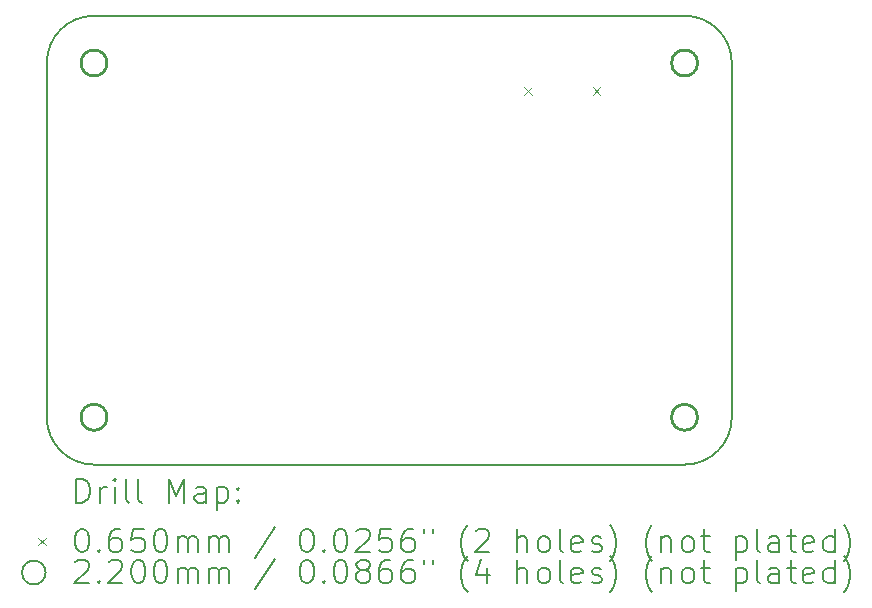
<source format=gbr>
%TF.GenerationSoftware,KiCad,Pcbnew,9.0.1*%
%TF.CreationDate,2025-08-05T19:10:54+03:00*%
%TF.ProjectId,com_board,636f6d5f-626f-4617-9264-2e6b69636164,rev?*%
%TF.SameCoordinates,Original*%
%TF.FileFunction,Drillmap*%
%TF.FilePolarity,Positive*%
%FSLAX45Y45*%
G04 Gerber Fmt 4.5, Leading zero omitted, Abs format (unit mm)*
G04 Created by KiCad (PCBNEW 9.0.1) date 2025-08-05 19:10:54*
%MOMM*%
%LPD*%
G01*
G04 APERTURE LIST*
%ADD10C,0.200000*%
%ADD11C,0.100000*%
%ADD12C,0.220000*%
G04 APERTURE END LIST*
D10*
X15000000Y-8600000D02*
X10000000Y-8600000D01*
X9600000Y-9000000D02*
G75*
G02*
X10000000Y-8600000I400000J0D01*
G01*
X10000000Y-12400000D02*
G75*
G02*
X9600000Y-12000000I0J400000D01*
G01*
X15400000Y-12000000D02*
G75*
G02*
X15000000Y-12400000I-400000J0D01*
G01*
X15000000Y-8600000D02*
G75*
G02*
X15400000Y-9000000I0J-400000D01*
G01*
X10000000Y-12400000D02*
X15000000Y-12400000D01*
X9600000Y-12000000D02*
X9600000Y-9000000D01*
X15400000Y-12000000D02*
X15400000Y-9000000D01*
D11*
X13644500Y-9205000D02*
X13709500Y-9270000D01*
X13709500Y-9205000D02*
X13644500Y-9270000D01*
X14222500Y-9205000D02*
X14287500Y-9270000D01*
X14287500Y-9205000D02*
X14222500Y-9270000D01*
D12*
X10110000Y-9000000D02*
G75*
G02*
X9890000Y-9000000I-110000J0D01*
G01*
X9890000Y-9000000D02*
G75*
G02*
X10110000Y-9000000I110000J0D01*
G01*
X10110000Y-12000000D02*
G75*
G02*
X9890000Y-12000000I-110000J0D01*
G01*
X9890000Y-12000000D02*
G75*
G02*
X10110000Y-12000000I110000J0D01*
G01*
X15110000Y-9000000D02*
G75*
G02*
X14890000Y-9000000I-110000J0D01*
G01*
X14890000Y-9000000D02*
G75*
G02*
X15110000Y-9000000I110000J0D01*
G01*
X15110000Y-12000000D02*
G75*
G02*
X14890000Y-12000000I-110000J0D01*
G01*
X14890000Y-12000000D02*
G75*
G02*
X15110000Y-12000000I110000J0D01*
G01*
D10*
X9850777Y-12721484D02*
X9850777Y-12521484D01*
X9850777Y-12521484D02*
X9898396Y-12521484D01*
X9898396Y-12521484D02*
X9926967Y-12531008D01*
X9926967Y-12531008D02*
X9946015Y-12550055D01*
X9946015Y-12550055D02*
X9955539Y-12569103D01*
X9955539Y-12569103D02*
X9965063Y-12607198D01*
X9965063Y-12607198D02*
X9965063Y-12635769D01*
X9965063Y-12635769D02*
X9955539Y-12673865D01*
X9955539Y-12673865D02*
X9946015Y-12692912D01*
X9946015Y-12692912D02*
X9926967Y-12711960D01*
X9926967Y-12711960D02*
X9898396Y-12721484D01*
X9898396Y-12721484D02*
X9850777Y-12721484D01*
X10050777Y-12721484D02*
X10050777Y-12588150D01*
X10050777Y-12626246D02*
X10060301Y-12607198D01*
X10060301Y-12607198D02*
X10069824Y-12597674D01*
X10069824Y-12597674D02*
X10088872Y-12588150D01*
X10088872Y-12588150D02*
X10107920Y-12588150D01*
X10174586Y-12721484D02*
X10174586Y-12588150D01*
X10174586Y-12521484D02*
X10165063Y-12531008D01*
X10165063Y-12531008D02*
X10174586Y-12540531D01*
X10174586Y-12540531D02*
X10184110Y-12531008D01*
X10184110Y-12531008D02*
X10174586Y-12521484D01*
X10174586Y-12521484D02*
X10174586Y-12540531D01*
X10298396Y-12721484D02*
X10279348Y-12711960D01*
X10279348Y-12711960D02*
X10269824Y-12692912D01*
X10269824Y-12692912D02*
X10269824Y-12521484D01*
X10403158Y-12721484D02*
X10384110Y-12711960D01*
X10384110Y-12711960D02*
X10374586Y-12692912D01*
X10374586Y-12692912D02*
X10374586Y-12521484D01*
X10631729Y-12721484D02*
X10631729Y-12521484D01*
X10631729Y-12521484D02*
X10698396Y-12664341D01*
X10698396Y-12664341D02*
X10765063Y-12521484D01*
X10765063Y-12521484D02*
X10765063Y-12721484D01*
X10946015Y-12721484D02*
X10946015Y-12616722D01*
X10946015Y-12616722D02*
X10936491Y-12597674D01*
X10936491Y-12597674D02*
X10917444Y-12588150D01*
X10917444Y-12588150D02*
X10879348Y-12588150D01*
X10879348Y-12588150D02*
X10860301Y-12597674D01*
X10946015Y-12711960D02*
X10926967Y-12721484D01*
X10926967Y-12721484D02*
X10879348Y-12721484D01*
X10879348Y-12721484D02*
X10860301Y-12711960D01*
X10860301Y-12711960D02*
X10850777Y-12692912D01*
X10850777Y-12692912D02*
X10850777Y-12673865D01*
X10850777Y-12673865D02*
X10860301Y-12654817D01*
X10860301Y-12654817D02*
X10879348Y-12645293D01*
X10879348Y-12645293D02*
X10926967Y-12645293D01*
X10926967Y-12645293D02*
X10946015Y-12635769D01*
X11041253Y-12588150D02*
X11041253Y-12788150D01*
X11041253Y-12597674D02*
X11060301Y-12588150D01*
X11060301Y-12588150D02*
X11098396Y-12588150D01*
X11098396Y-12588150D02*
X11117444Y-12597674D01*
X11117444Y-12597674D02*
X11126967Y-12607198D01*
X11126967Y-12607198D02*
X11136491Y-12626246D01*
X11136491Y-12626246D02*
X11136491Y-12683388D01*
X11136491Y-12683388D02*
X11126967Y-12702436D01*
X11126967Y-12702436D02*
X11117444Y-12711960D01*
X11117444Y-12711960D02*
X11098396Y-12721484D01*
X11098396Y-12721484D02*
X11060301Y-12721484D01*
X11060301Y-12721484D02*
X11041253Y-12711960D01*
X11222205Y-12702436D02*
X11231729Y-12711960D01*
X11231729Y-12711960D02*
X11222205Y-12721484D01*
X11222205Y-12721484D02*
X11212682Y-12711960D01*
X11212682Y-12711960D02*
X11222205Y-12702436D01*
X11222205Y-12702436D02*
X11222205Y-12721484D01*
X11222205Y-12597674D02*
X11231729Y-12607198D01*
X11231729Y-12607198D02*
X11222205Y-12616722D01*
X11222205Y-12616722D02*
X11212682Y-12607198D01*
X11212682Y-12607198D02*
X11222205Y-12597674D01*
X11222205Y-12597674D02*
X11222205Y-12616722D01*
D11*
X9525000Y-13017500D02*
X9590000Y-13082500D01*
X9590000Y-13017500D02*
X9525000Y-13082500D01*
D10*
X9888872Y-12941484D02*
X9907920Y-12941484D01*
X9907920Y-12941484D02*
X9926967Y-12951008D01*
X9926967Y-12951008D02*
X9936491Y-12960531D01*
X9936491Y-12960531D02*
X9946015Y-12979579D01*
X9946015Y-12979579D02*
X9955539Y-13017674D01*
X9955539Y-13017674D02*
X9955539Y-13065293D01*
X9955539Y-13065293D02*
X9946015Y-13103388D01*
X9946015Y-13103388D02*
X9936491Y-13122436D01*
X9936491Y-13122436D02*
X9926967Y-13131960D01*
X9926967Y-13131960D02*
X9907920Y-13141484D01*
X9907920Y-13141484D02*
X9888872Y-13141484D01*
X9888872Y-13141484D02*
X9869824Y-13131960D01*
X9869824Y-13131960D02*
X9860301Y-13122436D01*
X9860301Y-13122436D02*
X9850777Y-13103388D01*
X9850777Y-13103388D02*
X9841253Y-13065293D01*
X9841253Y-13065293D02*
X9841253Y-13017674D01*
X9841253Y-13017674D02*
X9850777Y-12979579D01*
X9850777Y-12979579D02*
X9860301Y-12960531D01*
X9860301Y-12960531D02*
X9869824Y-12951008D01*
X9869824Y-12951008D02*
X9888872Y-12941484D01*
X10041253Y-13122436D02*
X10050777Y-13131960D01*
X10050777Y-13131960D02*
X10041253Y-13141484D01*
X10041253Y-13141484D02*
X10031729Y-13131960D01*
X10031729Y-13131960D02*
X10041253Y-13122436D01*
X10041253Y-13122436D02*
X10041253Y-13141484D01*
X10222205Y-12941484D02*
X10184110Y-12941484D01*
X10184110Y-12941484D02*
X10165063Y-12951008D01*
X10165063Y-12951008D02*
X10155539Y-12960531D01*
X10155539Y-12960531D02*
X10136491Y-12989103D01*
X10136491Y-12989103D02*
X10126967Y-13027198D01*
X10126967Y-13027198D02*
X10126967Y-13103388D01*
X10126967Y-13103388D02*
X10136491Y-13122436D01*
X10136491Y-13122436D02*
X10146015Y-13131960D01*
X10146015Y-13131960D02*
X10165063Y-13141484D01*
X10165063Y-13141484D02*
X10203158Y-13141484D01*
X10203158Y-13141484D02*
X10222205Y-13131960D01*
X10222205Y-13131960D02*
X10231729Y-13122436D01*
X10231729Y-13122436D02*
X10241253Y-13103388D01*
X10241253Y-13103388D02*
X10241253Y-13055769D01*
X10241253Y-13055769D02*
X10231729Y-13036722D01*
X10231729Y-13036722D02*
X10222205Y-13027198D01*
X10222205Y-13027198D02*
X10203158Y-13017674D01*
X10203158Y-13017674D02*
X10165063Y-13017674D01*
X10165063Y-13017674D02*
X10146015Y-13027198D01*
X10146015Y-13027198D02*
X10136491Y-13036722D01*
X10136491Y-13036722D02*
X10126967Y-13055769D01*
X10422205Y-12941484D02*
X10326967Y-12941484D01*
X10326967Y-12941484D02*
X10317444Y-13036722D01*
X10317444Y-13036722D02*
X10326967Y-13027198D01*
X10326967Y-13027198D02*
X10346015Y-13017674D01*
X10346015Y-13017674D02*
X10393634Y-13017674D01*
X10393634Y-13017674D02*
X10412682Y-13027198D01*
X10412682Y-13027198D02*
X10422205Y-13036722D01*
X10422205Y-13036722D02*
X10431729Y-13055769D01*
X10431729Y-13055769D02*
X10431729Y-13103388D01*
X10431729Y-13103388D02*
X10422205Y-13122436D01*
X10422205Y-13122436D02*
X10412682Y-13131960D01*
X10412682Y-13131960D02*
X10393634Y-13141484D01*
X10393634Y-13141484D02*
X10346015Y-13141484D01*
X10346015Y-13141484D02*
X10326967Y-13131960D01*
X10326967Y-13131960D02*
X10317444Y-13122436D01*
X10555539Y-12941484D02*
X10574586Y-12941484D01*
X10574586Y-12941484D02*
X10593634Y-12951008D01*
X10593634Y-12951008D02*
X10603158Y-12960531D01*
X10603158Y-12960531D02*
X10612682Y-12979579D01*
X10612682Y-12979579D02*
X10622205Y-13017674D01*
X10622205Y-13017674D02*
X10622205Y-13065293D01*
X10622205Y-13065293D02*
X10612682Y-13103388D01*
X10612682Y-13103388D02*
X10603158Y-13122436D01*
X10603158Y-13122436D02*
X10593634Y-13131960D01*
X10593634Y-13131960D02*
X10574586Y-13141484D01*
X10574586Y-13141484D02*
X10555539Y-13141484D01*
X10555539Y-13141484D02*
X10536491Y-13131960D01*
X10536491Y-13131960D02*
X10526967Y-13122436D01*
X10526967Y-13122436D02*
X10517444Y-13103388D01*
X10517444Y-13103388D02*
X10507920Y-13065293D01*
X10507920Y-13065293D02*
X10507920Y-13017674D01*
X10507920Y-13017674D02*
X10517444Y-12979579D01*
X10517444Y-12979579D02*
X10526967Y-12960531D01*
X10526967Y-12960531D02*
X10536491Y-12951008D01*
X10536491Y-12951008D02*
X10555539Y-12941484D01*
X10707920Y-13141484D02*
X10707920Y-13008150D01*
X10707920Y-13027198D02*
X10717444Y-13017674D01*
X10717444Y-13017674D02*
X10736491Y-13008150D01*
X10736491Y-13008150D02*
X10765063Y-13008150D01*
X10765063Y-13008150D02*
X10784110Y-13017674D01*
X10784110Y-13017674D02*
X10793634Y-13036722D01*
X10793634Y-13036722D02*
X10793634Y-13141484D01*
X10793634Y-13036722D02*
X10803158Y-13017674D01*
X10803158Y-13017674D02*
X10822205Y-13008150D01*
X10822205Y-13008150D02*
X10850777Y-13008150D01*
X10850777Y-13008150D02*
X10869825Y-13017674D01*
X10869825Y-13017674D02*
X10879348Y-13036722D01*
X10879348Y-13036722D02*
X10879348Y-13141484D01*
X10974586Y-13141484D02*
X10974586Y-13008150D01*
X10974586Y-13027198D02*
X10984110Y-13017674D01*
X10984110Y-13017674D02*
X11003158Y-13008150D01*
X11003158Y-13008150D02*
X11031729Y-13008150D01*
X11031729Y-13008150D02*
X11050777Y-13017674D01*
X11050777Y-13017674D02*
X11060301Y-13036722D01*
X11060301Y-13036722D02*
X11060301Y-13141484D01*
X11060301Y-13036722D02*
X11069825Y-13017674D01*
X11069825Y-13017674D02*
X11088872Y-13008150D01*
X11088872Y-13008150D02*
X11117444Y-13008150D01*
X11117444Y-13008150D02*
X11136491Y-13017674D01*
X11136491Y-13017674D02*
X11146015Y-13036722D01*
X11146015Y-13036722D02*
X11146015Y-13141484D01*
X11536491Y-12931960D02*
X11365063Y-13189103D01*
X11793634Y-12941484D02*
X11812682Y-12941484D01*
X11812682Y-12941484D02*
X11831729Y-12951008D01*
X11831729Y-12951008D02*
X11841253Y-12960531D01*
X11841253Y-12960531D02*
X11850777Y-12979579D01*
X11850777Y-12979579D02*
X11860301Y-13017674D01*
X11860301Y-13017674D02*
X11860301Y-13065293D01*
X11860301Y-13065293D02*
X11850777Y-13103388D01*
X11850777Y-13103388D02*
X11841253Y-13122436D01*
X11841253Y-13122436D02*
X11831729Y-13131960D01*
X11831729Y-13131960D02*
X11812682Y-13141484D01*
X11812682Y-13141484D02*
X11793634Y-13141484D01*
X11793634Y-13141484D02*
X11774586Y-13131960D01*
X11774586Y-13131960D02*
X11765063Y-13122436D01*
X11765063Y-13122436D02*
X11755539Y-13103388D01*
X11755539Y-13103388D02*
X11746015Y-13065293D01*
X11746015Y-13065293D02*
X11746015Y-13017674D01*
X11746015Y-13017674D02*
X11755539Y-12979579D01*
X11755539Y-12979579D02*
X11765063Y-12960531D01*
X11765063Y-12960531D02*
X11774586Y-12951008D01*
X11774586Y-12951008D02*
X11793634Y-12941484D01*
X11946015Y-13122436D02*
X11955539Y-13131960D01*
X11955539Y-13131960D02*
X11946015Y-13141484D01*
X11946015Y-13141484D02*
X11936491Y-13131960D01*
X11936491Y-13131960D02*
X11946015Y-13122436D01*
X11946015Y-13122436D02*
X11946015Y-13141484D01*
X12079348Y-12941484D02*
X12098396Y-12941484D01*
X12098396Y-12941484D02*
X12117444Y-12951008D01*
X12117444Y-12951008D02*
X12126967Y-12960531D01*
X12126967Y-12960531D02*
X12136491Y-12979579D01*
X12136491Y-12979579D02*
X12146015Y-13017674D01*
X12146015Y-13017674D02*
X12146015Y-13065293D01*
X12146015Y-13065293D02*
X12136491Y-13103388D01*
X12136491Y-13103388D02*
X12126967Y-13122436D01*
X12126967Y-13122436D02*
X12117444Y-13131960D01*
X12117444Y-13131960D02*
X12098396Y-13141484D01*
X12098396Y-13141484D02*
X12079348Y-13141484D01*
X12079348Y-13141484D02*
X12060301Y-13131960D01*
X12060301Y-13131960D02*
X12050777Y-13122436D01*
X12050777Y-13122436D02*
X12041253Y-13103388D01*
X12041253Y-13103388D02*
X12031729Y-13065293D01*
X12031729Y-13065293D02*
X12031729Y-13017674D01*
X12031729Y-13017674D02*
X12041253Y-12979579D01*
X12041253Y-12979579D02*
X12050777Y-12960531D01*
X12050777Y-12960531D02*
X12060301Y-12951008D01*
X12060301Y-12951008D02*
X12079348Y-12941484D01*
X12222206Y-12960531D02*
X12231729Y-12951008D01*
X12231729Y-12951008D02*
X12250777Y-12941484D01*
X12250777Y-12941484D02*
X12298396Y-12941484D01*
X12298396Y-12941484D02*
X12317444Y-12951008D01*
X12317444Y-12951008D02*
X12326967Y-12960531D01*
X12326967Y-12960531D02*
X12336491Y-12979579D01*
X12336491Y-12979579D02*
X12336491Y-12998627D01*
X12336491Y-12998627D02*
X12326967Y-13027198D01*
X12326967Y-13027198D02*
X12212682Y-13141484D01*
X12212682Y-13141484D02*
X12336491Y-13141484D01*
X12517444Y-12941484D02*
X12422206Y-12941484D01*
X12422206Y-12941484D02*
X12412682Y-13036722D01*
X12412682Y-13036722D02*
X12422206Y-13027198D01*
X12422206Y-13027198D02*
X12441253Y-13017674D01*
X12441253Y-13017674D02*
X12488872Y-13017674D01*
X12488872Y-13017674D02*
X12507920Y-13027198D01*
X12507920Y-13027198D02*
X12517444Y-13036722D01*
X12517444Y-13036722D02*
X12526967Y-13055769D01*
X12526967Y-13055769D02*
X12526967Y-13103388D01*
X12526967Y-13103388D02*
X12517444Y-13122436D01*
X12517444Y-13122436D02*
X12507920Y-13131960D01*
X12507920Y-13131960D02*
X12488872Y-13141484D01*
X12488872Y-13141484D02*
X12441253Y-13141484D01*
X12441253Y-13141484D02*
X12422206Y-13131960D01*
X12422206Y-13131960D02*
X12412682Y-13122436D01*
X12698396Y-12941484D02*
X12660301Y-12941484D01*
X12660301Y-12941484D02*
X12641253Y-12951008D01*
X12641253Y-12951008D02*
X12631729Y-12960531D01*
X12631729Y-12960531D02*
X12612682Y-12989103D01*
X12612682Y-12989103D02*
X12603158Y-13027198D01*
X12603158Y-13027198D02*
X12603158Y-13103388D01*
X12603158Y-13103388D02*
X12612682Y-13122436D01*
X12612682Y-13122436D02*
X12622206Y-13131960D01*
X12622206Y-13131960D02*
X12641253Y-13141484D01*
X12641253Y-13141484D02*
X12679348Y-13141484D01*
X12679348Y-13141484D02*
X12698396Y-13131960D01*
X12698396Y-13131960D02*
X12707920Y-13122436D01*
X12707920Y-13122436D02*
X12717444Y-13103388D01*
X12717444Y-13103388D02*
X12717444Y-13055769D01*
X12717444Y-13055769D02*
X12707920Y-13036722D01*
X12707920Y-13036722D02*
X12698396Y-13027198D01*
X12698396Y-13027198D02*
X12679348Y-13017674D01*
X12679348Y-13017674D02*
X12641253Y-13017674D01*
X12641253Y-13017674D02*
X12622206Y-13027198D01*
X12622206Y-13027198D02*
X12612682Y-13036722D01*
X12612682Y-13036722D02*
X12603158Y-13055769D01*
X12793634Y-12941484D02*
X12793634Y-12979579D01*
X12869825Y-12941484D02*
X12869825Y-12979579D01*
X13165063Y-13217674D02*
X13155539Y-13208150D01*
X13155539Y-13208150D02*
X13136491Y-13179579D01*
X13136491Y-13179579D02*
X13126968Y-13160531D01*
X13126968Y-13160531D02*
X13117444Y-13131960D01*
X13117444Y-13131960D02*
X13107920Y-13084341D01*
X13107920Y-13084341D02*
X13107920Y-13046246D01*
X13107920Y-13046246D02*
X13117444Y-12998627D01*
X13117444Y-12998627D02*
X13126968Y-12970055D01*
X13126968Y-12970055D02*
X13136491Y-12951008D01*
X13136491Y-12951008D02*
X13155539Y-12922436D01*
X13155539Y-12922436D02*
X13165063Y-12912912D01*
X13231729Y-12960531D02*
X13241253Y-12951008D01*
X13241253Y-12951008D02*
X13260301Y-12941484D01*
X13260301Y-12941484D02*
X13307920Y-12941484D01*
X13307920Y-12941484D02*
X13326968Y-12951008D01*
X13326968Y-12951008D02*
X13336491Y-12960531D01*
X13336491Y-12960531D02*
X13346015Y-12979579D01*
X13346015Y-12979579D02*
X13346015Y-12998627D01*
X13346015Y-12998627D02*
X13336491Y-13027198D01*
X13336491Y-13027198D02*
X13222206Y-13141484D01*
X13222206Y-13141484D02*
X13346015Y-13141484D01*
X13584110Y-13141484D02*
X13584110Y-12941484D01*
X13669825Y-13141484D02*
X13669825Y-13036722D01*
X13669825Y-13036722D02*
X13660301Y-13017674D01*
X13660301Y-13017674D02*
X13641253Y-13008150D01*
X13641253Y-13008150D02*
X13612682Y-13008150D01*
X13612682Y-13008150D02*
X13593634Y-13017674D01*
X13593634Y-13017674D02*
X13584110Y-13027198D01*
X13793634Y-13141484D02*
X13774587Y-13131960D01*
X13774587Y-13131960D02*
X13765063Y-13122436D01*
X13765063Y-13122436D02*
X13755539Y-13103388D01*
X13755539Y-13103388D02*
X13755539Y-13046246D01*
X13755539Y-13046246D02*
X13765063Y-13027198D01*
X13765063Y-13027198D02*
X13774587Y-13017674D01*
X13774587Y-13017674D02*
X13793634Y-13008150D01*
X13793634Y-13008150D02*
X13822206Y-13008150D01*
X13822206Y-13008150D02*
X13841253Y-13017674D01*
X13841253Y-13017674D02*
X13850777Y-13027198D01*
X13850777Y-13027198D02*
X13860301Y-13046246D01*
X13860301Y-13046246D02*
X13860301Y-13103388D01*
X13860301Y-13103388D02*
X13850777Y-13122436D01*
X13850777Y-13122436D02*
X13841253Y-13131960D01*
X13841253Y-13131960D02*
X13822206Y-13141484D01*
X13822206Y-13141484D02*
X13793634Y-13141484D01*
X13974587Y-13141484D02*
X13955539Y-13131960D01*
X13955539Y-13131960D02*
X13946015Y-13112912D01*
X13946015Y-13112912D02*
X13946015Y-12941484D01*
X14126968Y-13131960D02*
X14107920Y-13141484D01*
X14107920Y-13141484D02*
X14069825Y-13141484D01*
X14069825Y-13141484D02*
X14050777Y-13131960D01*
X14050777Y-13131960D02*
X14041253Y-13112912D01*
X14041253Y-13112912D02*
X14041253Y-13036722D01*
X14041253Y-13036722D02*
X14050777Y-13017674D01*
X14050777Y-13017674D02*
X14069825Y-13008150D01*
X14069825Y-13008150D02*
X14107920Y-13008150D01*
X14107920Y-13008150D02*
X14126968Y-13017674D01*
X14126968Y-13017674D02*
X14136491Y-13036722D01*
X14136491Y-13036722D02*
X14136491Y-13055769D01*
X14136491Y-13055769D02*
X14041253Y-13074817D01*
X14212682Y-13131960D02*
X14231730Y-13141484D01*
X14231730Y-13141484D02*
X14269825Y-13141484D01*
X14269825Y-13141484D02*
X14288872Y-13131960D01*
X14288872Y-13131960D02*
X14298396Y-13112912D01*
X14298396Y-13112912D02*
X14298396Y-13103388D01*
X14298396Y-13103388D02*
X14288872Y-13084341D01*
X14288872Y-13084341D02*
X14269825Y-13074817D01*
X14269825Y-13074817D02*
X14241253Y-13074817D01*
X14241253Y-13074817D02*
X14222206Y-13065293D01*
X14222206Y-13065293D02*
X14212682Y-13046246D01*
X14212682Y-13046246D02*
X14212682Y-13036722D01*
X14212682Y-13036722D02*
X14222206Y-13017674D01*
X14222206Y-13017674D02*
X14241253Y-13008150D01*
X14241253Y-13008150D02*
X14269825Y-13008150D01*
X14269825Y-13008150D02*
X14288872Y-13017674D01*
X14365063Y-13217674D02*
X14374587Y-13208150D01*
X14374587Y-13208150D02*
X14393634Y-13179579D01*
X14393634Y-13179579D02*
X14403158Y-13160531D01*
X14403158Y-13160531D02*
X14412682Y-13131960D01*
X14412682Y-13131960D02*
X14422206Y-13084341D01*
X14422206Y-13084341D02*
X14422206Y-13046246D01*
X14422206Y-13046246D02*
X14412682Y-12998627D01*
X14412682Y-12998627D02*
X14403158Y-12970055D01*
X14403158Y-12970055D02*
X14393634Y-12951008D01*
X14393634Y-12951008D02*
X14374587Y-12922436D01*
X14374587Y-12922436D02*
X14365063Y-12912912D01*
X14726968Y-13217674D02*
X14717444Y-13208150D01*
X14717444Y-13208150D02*
X14698396Y-13179579D01*
X14698396Y-13179579D02*
X14688872Y-13160531D01*
X14688872Y-13160531D02*
X14679349Y-13131960D01*
X14679349Y-13131960D02*
X14669825Y-13084341D01*
X14669825Y-13084341D02*
X14669825Y-13046246D01*
X14669825Y-13046246D02*
X14679349Y-12998627D01*
X14679349Y-12998627D02*
X14688872Y-12970055D01*
X14688872Y-12970055D02*
X14698396Y-12951008D01*
X14698396Y-12951008D02*
X14717444Y-12922436D01*
X14717444Y-12922436D02*
X14726968Y-12912912D01*
X14803158Y-13008150D02*
X14803158Y-13141484D01*
X14803158Y-13027198D02*
X14812682Y-13017674D01*
X14812682Y-13017674D02*
X14831730Y-13008150D01*
X14831730Y-13008150D02*
X14860301Y-13008150D01*
X14860301Y-13008150D02*
X14879349Y-13017674D01*
X14879349Y-13017674D02*
X14888872Y-13036722D01*
X14888872Y-13036722D02*
X14888872Y-13141484D01*
X15012682Y-13141484D02*
X14993634Y-13131960D01*
X14993634Y-13131960D02*
X14984111Y-13122436D01*
X14984111Y-13122436D02*
X14974587Y-13103388D01*
X14974587Y-13103388D02*
X14974587Y-13046246D01*
X14974587Y-13046246D02*
X14984111Y-13027198D01*
X14984111Y-13027198D02*
X14993634Y-13017674D01*
X14993634Y-13017674D02*
X15012682Y-13008150D01*
X15012682Y-13008150D02*
X15041253Y-13008150D01*
X15041253Y-13008150D02*
X15060301Y-13017674D01*
X15060301Y-13017674D02*
X15069825Y-13027198D01*
X15069825Y-13027198D02*
X15079349Y-13046246D01*
X15079349Y-13046246D02*
X15079349Y-13103388D01*
X15079349Y-13103388D02*
X15069825Y-13122436D01*
X15069825Y-13122436D02*
X15060301Y-13131960D01*
X15060301Y-13131960D02*
X15041253Y-13141484D01*
X15041253Y-13141484D02*
X15012682Y-13141484D01*
X15136492Y-13008150D02*
X15212682Y-13008150D01*
X15165063Y-12941484D02*
X15165063Y-13112912D01*
X15165063Y-13112912D02*
X15174587Y-13131960D01*
X15174587Y-13131960D02*
X15193634Y-13141484D01*
X15193634Y-13141484D02*
X15212682Y-13141484D01*
X15431730Y-13008150D02*
X15431730Y-13208150D01*
X15431730Y-13017674D02*
X15450777Y-13008150D01*
X15450777Y-13008150D02*
X15488873Y-13008150D01*
X15488873Y-13008150D02*
X15507920Y-13017674D01*
X15507920Y-13017674D02*
X15517444Y-13027198D01*
X15517444Y-13027198D02*
X15526968Y-13046246D01*
X15526968Y-13046246D02*
X15526968Y-13103388D01*
X15526968Y-13103388D02*
X15517444Y-13122436D01*
X15517444Y-13122436D02*
X15507920Y-13131960D01*
X15507920Y-13131960D02*
X15488873Y-13141484D01*
X15488873Y-13141484D02*
X15450777Y-13141484D01*
X15450777Y-13141484D02*
X15431730Y-13131960D01*
X15641253Y-13141484D02*
X15622206Y-13131960D01*
X15622206Y-13131960D02*
X15612682Y-13112912D01*
X15612682Y-13112912D02*
X15612682Y-12941484D01*
X15803158Y-13141484D02*
X15803158Y-13036722D01*
X15803158Y-13036722D02*
X15793634Y-13017674D01*
X15793634Y-13017674D02*
X15774587Y-13008150D01*
X15774587Y-13008150D02*
X15736492Y-13008150D01*
X15736492Y-13008150D02*
X15717444Y-13017674D01*
X15803158Y-13131960D02*
X15784111Y-13141484D01*
X15784111Y-13141484D02*
X15736492Y-13141484D01*
X15736492Y-13141484D02*
X15717444Y-13131960D01*
X15717444Y-13131960D02*
X15707920Y-13112912D01*
X15707920Y-13112912D02*
X15707920Y-13093865D01*
X15707920Y-13093865D02*
X15717444Y-13074817D01*
X15717444Y-13074817D02*
X15736492Y-13065293D01*
X15736492Y-13065293D02*
X15784111Y-13065293D01*
X15784111Y-13065293D02*
X15803158Y-13055769D01*
X15869825Y-13008150D02*
X15946015Y-13008150D01*
X15898396Y-12941484D02*
X15898396Y-13112912D01*
X15898396Y-13112912D02*
X15907920Y-13131960D01*
X15907920Y-13131960D02*
X15926968Y-13141484D01*
X15926968Y-13141484D02*
X15946015Y-13141484D01*
X16088873Y-13131960D02*
X16069825Y-13141484D01*
X16069825Y-13141484D02*
X16031730Y-13141484D01*
X16031730Y-13141484D02*
X16012682Y-13131960D01*
X16012682Y-13131960D02*
X16003158Y-13112912D01*
X16003158Y-13112912D02*
X16003158Y-13036722D01*
X16003158Y-13036722D02*
X16012682Y-13017674D01*
X16012682Y-13017674D02*
X16031730Y-13008150D01*
X16031730Y-13008150D02*
X16069825Y-13008150D01*
X16069825Y-13008150D02*
X16088873Y-13017674D01*
X16088873Y-13017674D02*
X16098396Y-13036722D01*
X16098396Y-13036722D02*
X16098396Y-13055769D01*
X16098396Y-13055769D02*
X16003158Y-13074817D01*
X16269825Y-13141484D02*
X16269825Y-12941484D01*
X16269825Y-13131960D02*
X16250777Y-13141484D01*
X16250777Y-13141484D02*
X16212682Y-13141484D01*
X16212682Y-13141484D02*
X16193634Y-13131960D01*
X16193634Y-13131960D02*
X16184111Y-13122436D01*
X16184111Y-13122436D02*
X16174587Y-13103388D01*
X16174587Y-13103388D02*
X16174587Y-13046246D01*
X16174587Y-13046246D02*
X16184111Y-13027198D01*
X16184111Y-13027198D02*
X16193634Y-13017674D01*
X16193634Y-13017674D02*
X16212682Y-13008150D01*
X16212682Y-13008150D02*
X16250777Y-13008150D01*
X16250777Y-13008150D02*
X16269825Y-13017674D01*
X16346015Y-13217674D02*
X16355539Y-13208150D01*
X16355539Y-13208150D02*
X16374587Y-13179579D01*
X16374587Y-13179579D02*
X16384111Y-13160531D01*
X16384111Y-13160531D02*
X16393634Y-13131960D01*
X16393634Y-13131960D02*
X16403158Y-13084341D01*
X16403158Y-13084341D02*
X16403158Y-13046246D01*
X16403158Y-13046246D02*
X16393634Y-12998627D01*
X16393634Y-12998627D02*
X16384111Y-12970055D01*
X16384111Y-12970055D02*
X16374587Y-12951008D01*
X16374587Y-12951008D02*
X16355539Y-12922436D01*
X16355539Y-12922436D02*
X16346015Y-12912912D01*
X9590000Y-13314000D02*
G75*
G02*
X9390000Y-13314000I-100000J0D01*
G01*
X9390000Y-13314000D02*
G75*
G02*
X9590000Y-13314000I100000J0D01*
G01*
X9841253Y-13224531D02*
X9850777Y-13215008D01*
X9850777Y-13215008D02*
X9869824Y-13205484D01*
X9869824Y-13205484D02*
X9917444Y-13205484D01*
X9917444Y-13205484D02*
X9936491Y-13215008D01*
X9936491Y-13215008D02*
X9946015Y-13224531D01*
X9946015Y-13224531D02*
X9955539Y-13243579D01*
X9955539Y-13243579D02*
X9955539Y-13262627D01*
X9955539Y-13262627D02*
X9946015Y-13291198D01*
X9946015Y-13291198D02*
X9831729Y-13405484D01*
X9831729Y-13405484D02*
X9955539Y-13405484D01*
X10041253Y-13386436D02*
X10050777Y-13395960D01*
X10050777Y-13395960D02*
X10041253Y-13405484D01*
X10041253Y-13405484D02*
X10031729Y-13395960D01*
X10031729Y-13395960D02*
X10041253Y-13386436D01*
X10041253Y-13386436D02*
X10041253Y-13405484D01*
X10126967Y-13224531D02*
X10136491Y-13215008D01*
X10136491Y-13215008D02*
X10155539Y-13205484D01*
X10155539Y-13205484D02*
X10203158Y-13205484D01*
X10203158Y-13205484D02*
X10222205Y-13215008D01*
X10222205Y-13215008D02*
X10231729Y-13224531D01*
X10231729Y-13224531D02*
X10241253Y-13243579D01*
X10241253Y-13243579D02*
X10241253Y-13262627D01*
X10241253Y-13262627D02*
X10231729Y-13291198D01*
X10231729Y-13291198D02*
X10117444Y-13405484D01*
X10117444Y-13405484D02*
X10241253Y-13405484D01*
X10365063Y-13205484D02*
X10384110Y-13205484D01*
X10384110Y-13205484D02*
X10403158Y-13215008D01*
X10403158Y-13215008D02*
X10412682Y-13224531D01*
X10412682Y-13224531D02*
X10422205Y-13243579D01*
X10422205Y-13243579D02*
X10431729Y-13281674D01*
X10431729Y-13281674D02*
X10431729Y-13329293D01*
X10431729Y-13329293D02*
X10422205Y-13367388D01*
X10422205Y-13367388D02*
X10412682Y-13386436D01*
X10412682Y-13386436D02*
X10403158Y-13395960D01*
X10403158Y-13395960D02*
X10384110Y-13405484D01*
X10384110Y-13405484D02*
X10365063Y-13405484D01*
X10365063Y-13405484D02*
X10346015Y-13395960D01*
X10346015Y-13395960D02*
X10336491Y-13386436D01*
X10336491Y-13386436D02*
X10326967Y-13367388D01*
X10326967Y-13367388D02*
X10317444Y-13329293D01*
X10317444Y-13329293D02*
X10317444Y-13281674D01*
X10317444Y-13281674D02*
X10326967Y-13243579D01*
X10326967Y-13243579D02*
X10336491Y-13224531D01*
X10336491Y-13224531D02*
X10346015Y-13215008D01*
X10346015Y-13215008D02*
X10365063Y-13205484D01*
X10555539Y-13205484D02*
X10574586Y-13205484D01*
X10574586Y-13205484D02*
X10593634Y-13215008D01*
X10593634Y-13215008D02*
X10603158Y-13224531D01*
X10603158Y-13224531D02*
X10612682Y-13243579D01*
X10612682Y-13243579D02*
X10622205Y-13281674D01*
X10622205Y-13281674D02*
X10622205Y-13329293D01*
X10622205Y-13329293D02*
X10612682Y-13367388D01*
X10612682Y-13367388D02*
X10603158Y-13386436D01*
X10603158Y-13386436D02*
X10593634Y-13395960D01*
X10593634Y-13395960D02*
X10574586Y-13405484D01*
X10574586Y-13405484D02*
X10555539Y-13405484D01*
X10555539Y-13405484D02*
X10536491Y-13395960D01*
X10536491Y-13395960D02*
X10526967Y-13386436D01*
X10526967Y-13386436D02*
X10517444Y-13367388D01*
X10517444Y-13367388D02*
X10507920Y-13329293D01*
X10507920Y-13329293D02*
X10507920Y-13281674D01*
X10507920Y-13281674D02*
X10517444Y-13243579D01*
X10517444Y-13243579D02*
X10526967Y-13224531D01*
X10526967Y-13224531D02*
X10536491Y-13215008D01*
X10536491Y-13215008D02*
X10555539Y-13205484D01*
X10707920Y-13405484D02*
X10707920Y-13272150D01*
X10707920Y-13291198D02*
X10717444Y-13281674D01*
X10717444Y-13281674D02*
X10736491Y-13272150D01*
X10736491Y-13272150D02*
X10765063Y-13272150D01*
X10765063Y-13272150D02*
X10784110Y-13281674D01*
X10784110Y-13281674D02*
X10793634Y-13300722D01*
X10793634Y-13300722D02*
X10793634Y-13405484D01*
X10793634Y-13300722D02*
X10803158Y-13281674D01*
X10803158Y-13281674D02*
X10822205Y-13272150D01*
X10822205Y-13272150D02*
X10850777Y-13272150D01*
X10850777Y-13272150D02*
X10869825Y-13281674D01*
X10869825Y-13281674D02*
X10879348Y-13300722D01*
X10879348Y-13300722D02*
X10879348Y-13405484D01*
X10974586Y-13405484D02*
X10974586Y-13272150D01*
X10974586Y-13291198D02*
X10984110Y-13281674D01*
X10984110Y-13281674D02*
X11003158Y-13272150D01*
X11003158Y-13272150D02*
X11031729Y-13272150D01*
X11031729Y-13272150D02*
X11050777Y-13281674D01*
X11050777Y-13281674D02*
X11060301Y-13300722D01*
X11060301Y-13300722D02*
X11060301Y-13405484D01*
X11060301Y-13300722D02*
X11069825Y-13281674D01*
X11069825Y-13281674D02*
X11088872Y-13272150D01*
X11088872Y-13272150D02*
X11117444Y-13272150D01*
X11117444Y-13272150D02*
X11136491Y-13281674D01*
X11136491Y-13281674D02*
X11146015Y-13300722D01*
X11146015Y-13300722D02*
X11146015Y-13405484D01*
X11536491Y-13195960D02*
X11365063Y-13453103D01*
X11793634Y-13205484D02*
X11812682Y-13205484D01*
X11812682Y-13205484D02*
X11831729Y-13215008D01*
X11831729Y-13215008D02*
X11841253Y-13224531D01*
X11841253Y-13224531D02*
X11850777Y-13243579D01*
X11850777Y-13243579D02*
X11860301Y-13281674D01*
X11860301Y-13281674D02*
X11860301Y-13329293D01*
X11860301Y-13329293D02*
X11850777Y-13367388D01*
X11850777Y-13367388D02*
X11841253Y-13386436D01*
X11841253Y-13386436D02*
X11831729Y-13395960D01*
X11831729Y-13395960D02*
X11812682Y-13405484D01*
X11812682Y-13405484D02*
X11793634Y-13405484D01*
X11793634Y-13405484D02*
X11774586Y-13395960D01*
X11774586Y-13395960D02*
X11765063Y-13386436D01*
X11765063Y-13386436D02*
X11755539Y-13367388D01*
X11755539Y-13367388D02*
X11746015Y-13329293D01*
X11746015Y-13329293D02*
X11746015Y-13281674D01*
X11746015Y-13281674D02*
X11755539Y-13243579D01*
X11755539Y-13243579D02*
X11765063Y-13224531D01*
X11765063Y-13224531D02*
X11774586Y-13215008D01*
X11774586Y-13215008D02*
X11793634Y-13205484D01*
X11946015Y-13386436D02*
X11955539Y-13395960D01*
X11955539Y-13395960D02*
X11946015Y-13405484D01*
X11946015Y-13405484D02*
X11936491Y-13395960D01*
X11936491Y-13395960D02*
X11946015Y-13386436D01*
X11946015Y-13386436D02*
X11946015Y-13405484D01*
X12079348Y-13205484D02*
X12098396Y-13205484D01*
X12098396Y-13205484D02*
X12117444Y-13215008D01*
X12117444Y-13215008D02*
X12126967Y-13224531D01*
X12126967Y-13224531D02*
X12136491Y-13243579D01*
X12136491Y-13243579D02*
X12146015Y-13281674D01*
X12146015Y-13281674D02*
X12146015Y-13329293D01*
X12146015Y-13329293D02*
X12136491Y-13367388D01*
X12136491Y-13367388D02*
X12126967Y-13386436D01*
X12126967Y-13386436D02*
X12117444Y-13395960D01*
X12117444Y-13395960D02*
X12098396Y-13405484D01*
X12098396Y-13405484D02*
X12079348Y-13405484D01*
X12079348Y-13405484D02*
X12060301Y-13395960D01*
X12060301Y-13395960D02*
X12050777Y-13386436D01*
X12050777Y-13386436D02*
X12041253Y-13367388D01*
X12041253Y-13367388D02*
X12031729Y-13329293D01*
X12031729Y-13329293D02*
X12031729Y-13281674D01*
X12031729Y-13281674D02*
X12041253Y-13243579D01*
X12041253Y-13243579D02*
X12050777Y-13224531D01*
X12050777Y-13224531D02*
X12060301Y-13215008D01*
X12060301Y-13215008D02*
X12079348Y-13205484D01*
X12260301Y-13291198D02*
X12241253Y-13281674D01*
X12241253Y-13281674D02*
X12231729Y-13272150D01*
X12231729Y-13272150D02*
X12222206Y-13253103D01*
X12222206Y-13253103D02*
X12222206Y-13243579D01*
X12222206Y-13243579D02*
X12231729Y-13224531D01*
X12231729Y-13224531D02*
X12241253Y-13215008D01*
X12241253Y-13215008D02*
X12260301Y-13205484D01*
X12260301Y-13205484D02*
X12298396Y-13205484D01*
X12298396Y-13205484D02*
X12317444Y-13215008D01*
X12317444Y-13215008D02*
X12326967Y-13224531D01*
X12326967Y-13224531D02*
X12336491Y-13243579D01*
X12336491Y-13243579D02*
X12336491Y-13253103D01*
X12336491Y-13253103D02*
X12326967Y-13272150D01*
X12326967Y-13272150D02*
X12317444Y-13281674D01*
X12317444Y-13281674D02*
X12298396Y-13291198D01*
X12298396Y-13291198D02*
X12260301Y-13291198D01*
X12260301Y-13291198D02*
X12241253Y-13300722D01*
X12241253Y-13300722D02*
X12231729Y-13310246D01*
X12231729Y-13310246D02*
X12222206Y-13329293D01*
X12222206Y-13329293D02*
X12222206Y-13367388D01*
X12222206Y-13367388D02*
X12231729Y-13386436D01*
X12231729Y-13386436D02*
X12241253Y-13395960D01*
X12241253Y-13395960D02*
X12260301Y-13405484D01*
X12260301Y-13405484D02*
X12298396Y-13405484D01*
X12298396Y-13405484D02*
X12317444Y-13395960D01*
X12317444Y-13395960D02*
X12326967Y-13386436D01*
X12326967Y-13386436D02*
X12336491Y-13367388D01*
X12336491Y-13367388D02*
X12336491Y-13329293D01*
X12336491Y-13329293D02*
X12326967Y-13310246D01*
X12326967Y-13310246D02*
X12317444Y-13300722D01*
X12317444Y-13300722D02*
X12298396Y-13291198D01*
X12507920Y-13205484D02*
X12469825Y-13205484D01*
X12469825Y-13205484D02*
X12450777Y-13215008D01*
X12450777Y-13215008D02*
X12441253Y-13224531D01*
X12441253Y-13224531D02*
X12422206Y-13253103D01*
X12422206Y-13253103D02*
X12412682Y-13291198D01*
X12412682Y-13291198D02*
X12412682Y-13367388D01*
X12412682Y-13367388D02*
X12422206Y-13386436D01*
X12422206Y-13386436D02*
X12431729Y-13395960D01*
X12431729Y-13395960D02*
X12450777Y-13405484D01*
X12450777Y-13405484D02*
X12488872Y-13405484D01*
X12488872Y-13405484D02*
X12507920Y-13395960D01*
X12507920Y-13395960D02*
X12517444Y-13386436D01*
X12517444Y-13386436D02*
X12526967Y-13367388D01*
X12526967Y-13367388D02*
X12526967Y-13319769D01*
X12526967Y-13319769D02*
X12517444Y-13300722D01*
X12517444Y-13300722D02*
X12507920Y-13291198D01*
X12507920Y-13291198D02*
X12488872Y-13281674D01*
X12488872Y-13281674D02*
X12450777Y-13281674D01*
X12450777Y-13281674D02*
X12431729Y-13291198D01*
X12431729Y-13291198D02*
X12422206Y-13300722D01*
X12422206Y-13300722D02*
X12412682Y-13319769D01*
X12698396Y-13205484D02*
X12660301Y-13205484D01*
X12660301Y-13205484D02*
X12641253Y-13215008D01*
X12641253Y-13215008D02*
X12631729Y-13224531D01*
X12631729Y-13224531D02*
X12612682Y-13253103D01*
X12612682Y-13253103D02*
X12603158Y-13291198D01*
X12603158Y-13291198D02*
X12603158Y-13367388D01*
X12603158Y-13367388D02*
X12612682Y-13386436D01*
X12612682Y-13386436D02*
X12622206Y-13395960D01*
X12622206Y-13395960D02*
X12641253Y-13405484D01*
X12641253Y-13405484D02*
X12679348Y-13405484D01*
X12679348Y-13405484D02*
X12698396Y-13395960D01*
X12698396Y-13395960D02*
X12707920Y-13386436D01*
X12707920Y-13386436D02*
X12717444Y-13367388D01*
X12717444Y-13367388D02*
X12717444Y-13319769D01*
X12717444Y-13319769D02*
X12707920Y-13300722D01*
X12707920Y-13300722D02*
X12698396Y-13291198D01*
X12698396Y-13291198D02*
X12679348Y-13281674D01*
X12679348Y-13281674D02*
X12641253Y-13281674D01*
X12641253Y-13281674D02*
X12622206Y-13291198D01*
X12622206Y-13291198D02*
X12612682Y-13300722D01*
X12612682Y-13300722D02*
X12603158Y-13319769D01*
X12793634Y-13205484D02*
X12793634Y-13243579D01*
X12869825Y-13205484D02*
X12869825Y-13243579D01*
X13165063Y-13481674D02*
X13155539Y-13472150D01*
X13155539Y-13472150D02*
X13136491Y-13443579D01*
X13136491Y-13443579D02*
X13126968Y-13424531D01*
X13126968Y-13424531D02*
X13117444Y-13395960D01*
X13117444Y-13395960D02*
X13107920Y-13348341D01*
X13107920Y-13348341D02*
X13107920Y-13310246D01*
X13107920Y-13310246D02*
X13117444Y-13262627D01*
X13117444Y-13262627D02*
X13126968Y-13234055D01*
X13126968Y-13234055D02*
X13136491Y-13215008D01*
X13136491Y-13215008D02*
X13155539Y-13186436D01*
X13155539Y-13186436D02*
X13165063Y-13176912D01*
X13326968Y-13272150D02*
X13326968Y-13405484D01*
X13279348Y-13195960D02*
X13231729Y-13338817D01*
X13231729Y-13338817D02*
X13355539Y-13338817D01*
X13584110Y-13405484D02*
X13584110Y-13205484D01*
X13669825Y-13405484D02*
X13669825Y-13300722D01*
X13669825Y-13300722D02*
X13660301Y-13281674D01*
X13660301Y-13281674D02*
X13641253Y-13272150D01*
X13641253Y-13272150D02*
X13612682Y-13272150D01*
X13612682Y-13272150D02*
X13593634Y-13281674D01*
X13593634Y-13281674D02*
X13584110Y-13291198D01*
X13793634Y-13405484D02*
X13774587Y-13395960D01*
X13774587Y-13395960D02*
X13765063Y-13386436D01*
X13765063Y-13386436D02*
X13755539Y-13367388D01*
X13755539Y-13367388D02*
X13755539Y-13310246D01*
X13755539Y-13310246D02*
X13765063Y-13291198D01*
X13765063Y-13291198D02*
X13774587Y-13281674D01*
X13774587Y-13281674D02*
X13793634Y-13272150D01*
X13793634Y-13272150D02*
X13822206Y-13272150D01*
X13822206Y-13272150D02*
X13841253Y-13281674D01*
X13841253Y-13281674D02*
X13850777Y-13291198D01*
X13850777Y-13291198D02*
X13860301Y-13310246D01*
X13860301Y-13310246D02*
X13860301Y-13367388D01*
X13860301Y-13367388D02*
X13850777Y-13386436D01*
X13850777Y-13386436D02*
X13841253Y-13395960D01*
X13841253Y-13395960D02*
X13822206Y-13405484D01*
X13822206Y-13405484D02*
X13793634Y-13405484D01*
X13974587Y-13405484D02*
X13955539Y-13395960D01*
X13955539Y-13395960D02*
X13946015Y-13376912D01*
X13946015Y-13376912D02*
X13946015Y-13205484D01*
X14126968Y-13395960D02*
X14107920Y-13405484D01*
X14107920Y-13405484D02*
X14069825Y-13405484D01*
X14069825Y-13405484D02*
X14050777Y-13395960D01*
X14050777Y-13395960D02*
X14041253Y-13376912D01*
X14041253Y-13376912D02*
X14041253Y-13300722D01*
X14041253Y-13300722D02*
X14050777Y-13281674D01*
X14050777Y-13281674D02*
X14069825Y-13272150D01*
X14069825Y-13272150D02*
X14107920Y-13272150D01*
X14107920Y-13272150D02*
X14126968Y-13281674D01*
X14126968Y-13281674D02*
X14136491Y-13300722D01*
X14136491Y-13300722D02*
X14136491Y-13319769D01*
X14136491Y-13319769D02*
X14041253Y-13338817D01*
X14212682Y-13395960D02*
X14231730Y-13405484D01*
X14231730Y-13405484D02*
X14269825Y-13405484D01*
X14269825Y-13405484D02*
X14288872Y-13395960D01*
X14288872Y-13395960D02*
X14298396Y-13376912D01*
X14298396Y-13376912D02*
X14298396Y-13367388D01*
X14298396Y-13367388D02*
X14288872Y-13348341D01*
X14288872Y-13348341D02*
X14269825Y-13338817D01*
X14269825Y-13338817D02*
X14241253Y-13338817D01*
X14241253Y-13338817D02*
X14222206Y-13329293D01*
X14222206Y-13329293D02*
X14212682Y-13310246D01*
X14212682Y-13310246D02*
X14212682Y-13300722D01*
X14212682Y-13300722D02*
X14222206Y-13281674D01*
X14222206Y-13281674D02*
X14241253Y-13272150D01*
X14241253Y-13272150D02*
X14269825Y-13272150D01*
X14269825Y-13272150D02*
X14288872Y-13281674D01*
X14365063Y-13481674D02*
X14374587Y-13472150D01*
X14374587Y-13472150D02*
X14393634Y-13443579D01*
X14393634Y-13443579D02*
X14403158Y-13424531D01*
X14403158Y-13424531D02*
X14412682Y-13395960D01*
X14412682Y-13395960D02*
X14422206Y-13348341D01*
X14422206Y-13348341D02*
X14422206Y-13310246D01*
X14422206Y-13310246D02*
X14412682Y-13262627D01*
X14412682Y-13262627D02*
X14403158Y-13234055D01*
X14403158Y-13234055D02*
X14393634Y-13215008D01*
X14393634Y-13215008D02*
X14374587Y-13186436D01*
X14374587Y-13186436D02*
X14365063Y-13176912D01*
X14726968Y-13481674D02*
X14717444Y-13472150D01*
X14717444Y-13472150D02*
X14698396Y-13443579D01*
X14698396Y-13443579D02*
X14688872Y-13424531D01*
X14688872Y-13424531D02*
X14679349Y-13395960D01*
X14679349Y-13395960D02*
X14669825Y-13348341D01*
X14669825Y-13348341D02*
X14669825Y-13310246D01*
X14669825Y-13310246D02*
X14679349Y-13262627D01*
X14679349Y-13262627D02*
X14688872Y-13234055D01*
X14688872Y-13234055D02*
X14698396Y-13215008D01*
X14698396Y-13215008D02*
X14717444Y-13186436D01*
X14717444Y-13186436D02*
X14726968Y-13176912D01*
X14803158Y-13272150D02*
X14803158Y-13405484D01*
X14803158Y-13291198D02*
X14812682Y-13281674D01*
X14812682Y-13281674D02*
X14831730Y-13272150D01*
X14831730Y-13272150D02*
X14860301Y-13272150D01*
X14860301Y-13272150D02*
X14879349Y-13281674D01*
X14879349Y-13281674D02*
X14888872Y-13300722D01*
X14888872Y-13300722D02*
X14888872Y-13405484D01*
X15012682Y-13405484D02*
X14993634Y-13395960D01*
X14993634Y-13395960D02*
X14984111Y-13386436D01*
X14984111Y-13386436D02*
X14974587Y-13367388D01*
X14974587Y-13367388D02*
X14974587Y-13310246D01*
X14974587Y-13310246D02*
X14984111Y-13291198D01*
X14984111Y-13291198D02*
X14993634Y-13281674D01*
X14993634Y-13281674D02*
X15012682Y-13272150D01*
X15012682Y-13272150D02*
X15041253Y-13272150D01*
X15041253Y-13272150D02*
X15060301Y-13281674D01*
X15060301Y-13281674D02*
X15069825Y-13291198D01*
X15069825Y-13291198D02*
X15079349Y-13310246D01*
X15079349Y-13310246D02*
X15079349Y-13367388D01*
X15079349Y-13367388D02*
X15069825Y-13386436D01*
X15069825Y-13386436D02*
X15060301Y-13395960D01*
X15060301Y-13395960D02*
X15041253Y-13405484D01*
X15041253Y-13405484D02*
X15012682Y-13405484D01*
X15136492Y-13272150D02*
X15212682Y-13272150D01*
X15165063Y-13205484D02*
X15165063Y-13376912D01*
X15165063Y-13376912D02*
X15174587Y-13395960D01*
X15174587Y-13395960D02*
X15193634Y-13405484D01*
X15193634Y-13405484D02*
X15212682Y-13405484D01*
X15431730Y-13272150D02*
X15431730Y-13472150D01*
X15431730Y-13281674D02*
X15450777Y-13272150D01*
X15450777Y-13272150D02*
X15488873Y-13272150D01*
X15488873Y-13272150D02*
X15507920Y-13281674D01*
X15507920Y-13281674D02*
X15517444Y-13291198D01*
X15517444Y-13291198D02*
X15526968Y-13310246D01*
X15526968Y-13310246D02*
X15526968Y-13367388D01*
X15526968Y-13367388D02*
X15517444Y-13386436D01*
X15517444Y-13386436D02*
X15507920Y-13395960D01*
X15507920Y-13395960D02*
X15488873Y-13405484D01*
X15488873Y-13405484D02*
X15450777Y-13405484D01*
X15450777Y-13405484D02*
X15431730Y-13395960D01*
X15641253Y-13405484D02*
X15622206Y-13395960D01*
X15622206Y-13395960D02*
X15612682Y-13376912D01*
X15612682Y-13376912D02*
X15612682Y-13205484D01*
X15803158Y-13405484D02*
X15803158Y-13300722D01*
X15803158Y-13300722D02*
X15793634Y-13281674D01*
X15793634Y-13281674D02*
X15774587Y-13272150D01*
X15774587Y-13272150D02*
X15736492Y-13272150D01*
X15736492Y-13272150D02*
X15717444Y-13281674D01*
X15803158Y-13395960D02*
X15784111Y-13405484D01*
X15784111Y-13405484D02*
X15736492Y-13405484D01*
X15736492Y-13405484D02*
X15717444Y-13395960D01*
X15717444Y-13395960D02*
X15707920Y-13376912D01*
X15707920Y-13376912D02*
X15707920Y-13357865D01*
X15707920Y-13357865D02*
X15717444Y-13338817D01*
X15717444Y-13338817D02*
X15736492Y-13329293D01*
X15736492Y-13329293D02*
X15784111Y-13329293D01*
X15784111Y-13329293D02*
X15803158Y-13319769D01*
X15869825Y-13272150D02*
X15946015Y-13272150D01*
X15898396Y-13205484D02*
X15898396Y-13376912D01*
X15898396Y-13376912D02*
X15907920Y-13395960D01*
X15907920Y-13395960D02*
X15926968Y-13405484D01*
X15926968Y-13405484D02*
X15946015Y-13405484D01*
X16088873Y-13395960D02*
X16069825Y-13405484D01*
X16069825Y-13405484D02*
X16031730Y-13405484D01*
X16031730Y-13405484D02*
X16012682Y-13395960D01*
X16012682Y-13395960D02*
X16003158Y-13376912D01*
X16003158Y-13376912D02*
X16003158Y-13300722D01*
X16003158Y-13300722D02*
X16012682Y-13281674D01*
X16012682Y-13281674D02*
X16031730Y-13272150D01*
X16031730Y-13272150D02*
X16069825Y-13272150D01*
X16069825Y-13272150D02*
X16088873Y-13281674D01*
X16088873Y-13281674D02*
X16098396Y-13300722D01*
X16098396Y-13300722D02*
X16098396Y-13319769D01*
X16098396Y-13319769D02*
X16003158Y-13338817D01*
X16269825Y-13405484D02*
X16269825Y-13205484D01*
X16269825Y-13395960D02*
X16250777Y-13405484D01*
X16250777Y-13405484D02*
X16212682Y-13405484D01*
X16212682Y-13405484D02*
X16193634Y-13395960D01*
X16193634Y-13395960D02*
X16184111Y-13386436D01*
X16184111Y-13386436D02*
X16174587Y-13367388D01*
X16174587Y-13367388D02*
X16174587Y-13310246D01*
X16174587Y-13310246D02*
X16184111Y-13291198D01*
X16184111Y-13291198D02*
X16193634Y-13281674D01*
X16193634Y-13281674D02*
X16212682Y-13272150D01*
X16212682Y-13272150D02*
X16250777Y-13272150D01*
X16250777Y-13272150D02*
X16269825Y-13281674D01*
X16346015Y-13481674D02*
X16355539Y-13472150D01*
X16355539Y-13472150D02*
X16374587Y-13443579D01*
X16374587Y-13443579D02*
X16384111Y-13424531D01*
X16384111Y-13424531D02*
X16393634Y-13395960D01*
X16393634Y-13395960D02*
X16403158Y-13348341D01*
X16403158Y-13348341D02*
X16403158Y-13310246D01*
X16403158Y-13310246D02*
X16393634Y-13262627D01*
X16393634Y-13262627D02*
X16384111Y-13234055D01*
X16384111Y-13234055D02*
X16374587Y-13215008D01*
X16374587Y-13215008D02*
X16355539Y-13186436D01*
X16355539Y-13186436D02*
X16346015Y-13176912D01*
M02*

</source>
